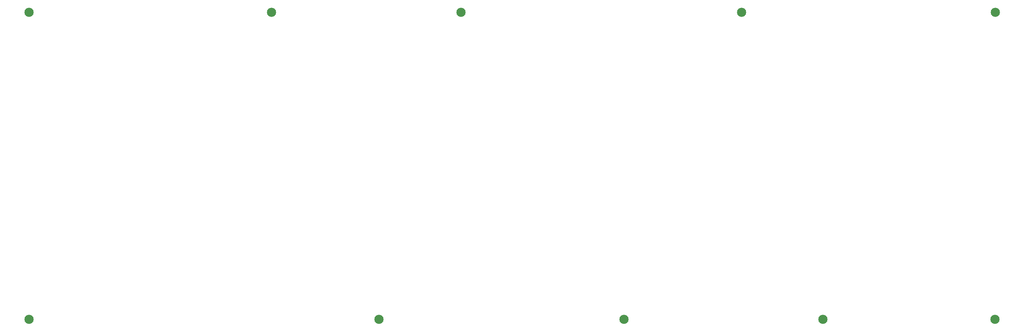
<source format=gbr>
%TF.GenerationSoftware,KiCad,Pcbnew,(6.0.2)*%
%TF.CreationDate,2022-03-07T02:27:41+09:00*%
%TF.ProjectId,presplit_39key_bottom,70726573-706c-4697-945f-33396b65795f,rev?*%
%TF.SameCoordinates,Original*%
%TF.FileFunction,Soldermask,Bot*%
%TF.FilePolarity,Negative*%
%FSLAX46Y46*%
G04 Gerber Fmt 4.6, Leading zero omitted, Abs format (unit mm)*
G04 Created by KiCad (PCBNEW (6.0.2)) date 2022-03-07 02:27:41*
%MOMM*%
%LPD*%
G01*
G04 APERTURE LIST*
%ADD10C,2.150000*%
G04 APERTURE END LIST*
D10*
%TO.C,*%
X24125000Y-96100000D03*
%TD*%
%TO.C,*%
X249500000Y-24275000D03*
%TD*%
%TO.C,*%
X190300000Y-24275000D03*
%TD*%
%TO.C,*%
X24125000Y-24275000D03*
%TD*%
%TO.C,*%
X209325000Y-96100000D03*
%TD*%
%TO.C,*%
X162925000Y-96100000D03*
%TD*%
%TO.C,*%
X80700000Y-24275000D03*
%TD*%
%TO.C,*%
X249450000Y-96100000D03*
%TD*%
%TO.C,*%
X124850000Y-24275000D03*
%TD*%
%TO.C,*%
X105725000Y-96100000D03*
%TD*%
M02*

</source>
